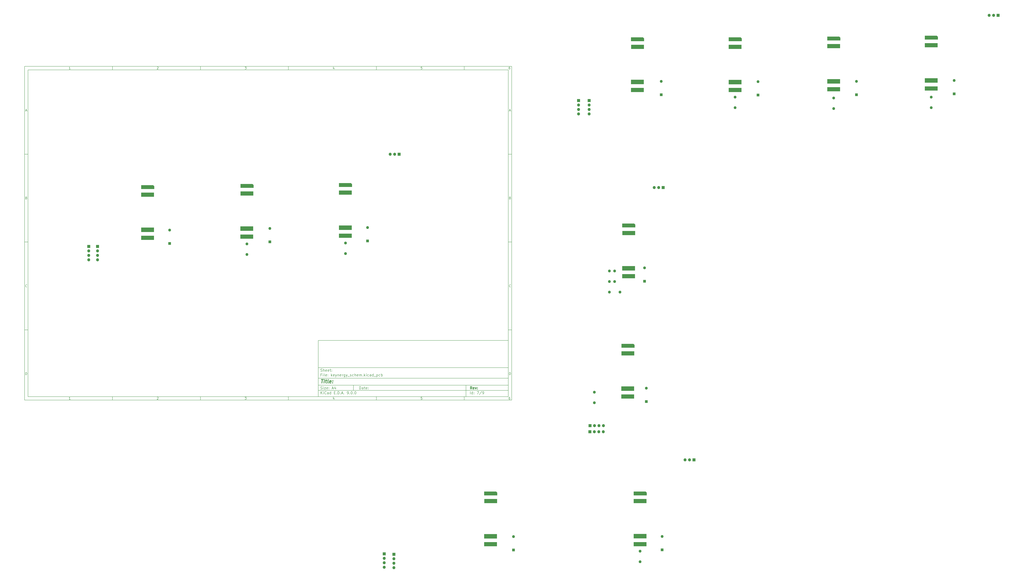
<source format=gbr>
%TF.GenerationSoftware,KiCad,Pcbnew,9.0.0*%
%TF.CreationDate,2025-04-02T13:07:29+08:00*%
%TF.ProjectId,keynergy_schem,6b65796e-6572-4677-995f-736368656d2e,rev?*%
%TF.SameCoordinates,Original*%
%TF.FileFunction,Soldermask,Top*%
%TF.FilePolarity,Negative*%
%FSLAX46Y46*%
G04 Gerber Fmt 4.6, Leading zero omitted, Abs format (unit mm)*
G04 Created by KiCad (PCBNEW 9.0.0) date 2025-04-02 13:07:29*
%MOMM*%
%LPD*%
G01*
G04 APERTURE LIST*
G04 Aperture macros list*
%AMOutline4P*
0 Free polygon, 4 corners , with rotation*
0 The origin of the aperture is its center*
0 number of corners: always 4*
0 $1 to $8 corner X, Y*
0 $9 Rotation angle, in degrees counterclockwise*
0 create outline with 4 corners*
4,1,4,$1,$2,$3,$4,$5,$6,$7,$8,$1,$2,$9*%
%AMOutline5P*
0 Free polygon, 5 corners , with rotation*
0 The origin of the aperture is its center*
0 number of corners: always 5*
0 $1 to $10 corner X, Y*
0 $11 Rotation angle, in degrees counterclockwise*
0 create outline with 5 corners*
4,1,5,$1,$2,$3,$4,$5,$6,$7,$8,$9,$10,$1,$2,$11*%
%AMOutline6P*
0 Free polygon, 6 corners , with rotation*
0 The origin of the aperture is its center*
0 number of corners: always 6*
0 $1 to $12 corner X, Y*
0 $13 Rotation angle, in degrees counterclockwise*
0 create outline with 6 corners*
4,1,6,$1,$2,$3,$4,$5,$6,$7,$8,$9,$10,$11,$12,$1,$2,$13*%
%AMOutline7P*
0 Free polygon, 7 corners , with rotation*
0 The origin of the aperture is its center*
0 number of corners: always 7*
0 $1 to $14 corner X, Y*
0 $15 Rotation angle, in degrees counterclockwise*
0 create outline with 7 corners*
4,1,7,$1,$2,$3,$4,$5,$6,$7,$8,$9,$10,$11,$12,$13,$14,$1,$2,$15*%
%AMOutline8P*
0 Free polygon, 8 corners , with rotation*
0 The origin of the aperture is its center*
0 number of corners: always 8*
0 $1 to $16 corner X, Y*
0 $17 Rotation angle, in degrees counterclockwise*
0 create outline with 8 corners*
4,1,8,$1,$2,$3,$4,$5,$6,$7,$8,$9,$10,$11,$12,$13,$14,$15,$16,$1,$2,$17*%
G04 Aperture macros list end*
%ADD10C,0.100000*%
%ADD11C,0.150000*%
%ADD12C,0.300000*%
%ADD13C,0.400000*%
%ADD14R,1.600000X1.600000*%
%ADD15O,1.600000X1.600000*%
%ADD16R,1.700000X1.700000*%
%ADD17O,1.700000X1.700000*%
%ADD18Outline5P,-1.079500X3.098800X-0.431800X3.746500X1.079500X3.746500X1.079500X-3.746500X-1.079500X-3.746500X270.000000*%
%ADD19Outline4P,-1.190625X-3.667125X1.190625X-3.667125X1.190625X3.667125X-1.190625X3.667125X270.000000*%
%ADD20R,7.239000X2.508250*%
%ADD21R,7.286624X2.381248*%
G04 APERTURE END LIST*
D10*
D11*
X177002200Y-166007200D02*
X285002200Y-166007200D01*
X285002200Y-198007200D01*
X177002200Y-198007200D01*
X177002200Y-166007200D01*
D10*
D11*
X10000000Y-10000000D02*
X287002200Y-10000000D01*
X287002200Y-200007200D01*
X10000000Y-200007200D01*
X10000000Y-10000000D01*
D10*
D11*
X12000000Y-12000000D02*
X285002200Y-12000000D01*
X285002200Y-198007200D01*
X12000000Y-198007200D01*
X12000000Y-12000000D01*
D10*
D11*
X60000000Y-12000000D02*
X60000000Y-10000000D01*
D10*
D11*
X110000000Y-12000000D02*
X110000000Y-10000000D01*
D10*
D11*
X160000000Y-12000000D02*
X160000000Y-10000000D01*
D10*
D11*
X210000000Y-12000000D02*
X210000000Y-10000000D01*
D10*
D11*
X260000000Y-12000000D02*
X260000000Y-10000000D01*
D10*
D11*
X36089160Y-11593604D02*
X35346303Y-11593604D01*
X35717731Y-11593604D02*
X35717731Y-10293604D01*
X35717731Y-10293604D02*
X35593922Y-10479319D01*
X35593922Y-10479319D02*
X35470112Y-10603128D01*
X35470112Y-10603128D02*
X35346303Y-10665033D01*
D10*
D11*
X85346303Y-10417414D02*
X85408207Y-10355509D01*
X85408207Y-10355509D02*
X85532017Y-10293604D01*
X85532017Y-10293604D02*
X85841541Y-10293604D01*
X85841541Y-10293604D02*
X85965350Y-10355509D01*
X85965350Y-10355509D02*
X86027255Y-10417414D01*
X86027255Y-10417414D02*
X86089160Y-10541223D01*
X86089160Y-10541223D02*
X86089160Y-10665033D01*
X86089160Y-10665033D02*
X86027255Y-10850747D01*
X86027255Y-10850747D02*
X85284398Y-11593604D01*
X85284398Y-11593604D02*
X86089160Y-11593604D01*
D10*
D11*
X135284398Y-10293604D02*
X136089160Y-10293604D01*
X136089160Y-10293604D02*
X135655826Y-10788842D01*
X135655826Y-10788842D02*
X135841541Y-10788842D01*
X135841541Y-10788842D02*
X135965350Y-10850747D01*
X135965350Y-10850747D02*
X136027255Y-10912652D01*
X136027255Y-10912652D02*
X136089160Y-11036461D01*
X136089160Y-11036461D02*
X136089160Y-11345985D01*
X136089160Y-11345985D02*
X136027255Y-11469795D01*
X136027255Y-11469795D02*
X135965350Y-11531700D01*
X135965350Y-11531700D02*
X135841541Y-11593604D01*
X135841541Y-11593604D02*
X135470112Y-11593604D01*
X135470112Y-11593604D02*
X135346303Y-11531700D01*
X135346303Y-11531700D02*
X135284398Y-11469795D01*
D10*
D11*
X185965350Y-10726938D02*
X185965350Y-11593604D01*
X185655826Y-10231700D02*
X185346303Y-11160271D01*
X185346303Y-11160271D02*
X186151064Y-11160271D01*
D10*
D11*
X236027255Y-10293604D02*
X235408207Y-10293604D01*
X235408207Y-10293604D02*
X235346303Y-10912652D01*
X235346303Y-10912652D02*
X235408207Y-10850747D01*
X235408207Y-10850747D02*
X235532017Y-10788842D01*
X235532017Y-10788842D02*
X235841541Y-10788842D01*
X235841541Y-10788842D02*
X235965350Y-10850747D01*
X235965350Y-10850747D02*
X236027255Y-10912652D01*
X236027255Y-10912652D02*
X236089160Y-11036461D01*
X236089160Y-11036461D02*
X236089160Y-11345985D01*
X236089160Y-11345985D02*
X236027255Y-11469795D01*
X236027255Y-11469795D02*
X235965350Y-11531700D01*
X235965350Y-11531700D02*
X235841541Y-11593604D01*
X235841541Y-11593604D02*
X235532017Y-11593604D01*
X235532017Y-11593604D02*
X235408207Y-11531700D01*
X235408207Y-11531700D02*
X235346303Y-11469795D01*
D10*
D11*
X285965350Y-10293604D02*
X285717731Y-10293604D01*
X285717731Y-10293604D02*
X285593922Y-10355509D01*
X285593922Y-10355509D02*
X285532017Y-10417414D01*
X285532017Y-10417414D02*
X285408207Y-10603128D01*
X285408207Y-10603128D02*
X285346303Y-10850747D01*
X285346303Y-10850747D02*
X285346303Y-11345985D01*
X285346303Y-11345985D02*
X285408207Y-11469795D01*
X285408207Y-11469795D02*
X285470112Y-11531700D01*
X285470112Y-11531700D02*
X285593922Y-11593604D01*
X285593922Y-11593604D02*
X285841541Y-11593604D01*
X285841541Y-11593604D02*
X285965350Y-11531700D01*
X285965350Y-11531700D02*
X286027255Y-11469795D01*
X286027255Y-11469795D02*
X286089160Y-11345985D01*
X286089160Y-11345985D02*
X286089160Y-11036461D01*
X286089160Y-11036461D02*
X286027255Y-10912652D01*
X286027255Y-10912652D02*
X285965350Y-10850747D01*
X285965350Y-10850747D02*
X285841541Y-10788842D01*
X285841541Y-10788842D02*
X285593922Y-10788842D01*
X285593922Y-10788842D02*
X285470112Y-10850747D01*
X285470112Y-10850747D02*
X285408207Y-10912652D01*
X285408207Y-10912652D02*
X285346303Y-11036461D01*
D10*
D11*
X60000000Y-198007200D02*
X60000000Y-200007200D01*
D10*
D11*
X110000000Y-198007200D02*
X110000000Y-200007200D01*
D10*
D11*
X160000000Y-198007200D02*
X160000000Y-200007200D01*
D10*
D11*
X210000000Y-198007200D02*
X210000000Y-200007200D01*
D10*
D11*
X260000000Y-198007200D02*
X260000000Y-200007200D01*
D10*
D11*
X36089160Y-199600804D02*
X35346303Y-199600804D01*
X35717731Y-199600804D02*
X35717731Y-198300804D01*
X35717731Y-198300804D02*
X35593922Y-198486519D01*
X35593922Y-198486519D02*
X35470112Y-198610328D01*
X35470112Y-198610328D02*
X35346303Y-198672233D01*
D10*
D11*
X85346303Y-198424614D02*
X85408207Y-198362709D01*
X85408207Y-198362709D02*
X85532017Y-198300804D01*
X85532017Y-198300804D02*
X85841541Y-198300804D01*
X85841541Y-198300804D02*
X85965350Y-198362709D01*
X85965350Y-198362709D02*
X86027255Y-198424614D01*
X86027255Y-198424614D02*
X86089160Y-198548423D01*
X86089160Y-198548423D02*
X86089160Y-198672233D01*
X86089160Y-198672233D02*
X86027255Y-198857947D01*
X86027255Y-198857947D02*
X85284398Y-199600804D01*
X85284398Y-199600804D02*
X86089160Y-199600804D01*
D10*
D11*
X135284398Y-198300804D02*
X136089160Y-198300804D01*
X136089160Y-198300804D02*
X135655826Y-198796042D01*
X135655826Y-198796042D02*
X135841541Y-198796042D01*
X135841541Y-198796042D02*
X135965350Y-198857947D01*
X135965350Y-198857947D02*
X136027255Y-198919852D01*
X136027255Y-198919852D02*
X136089160Y-199043661D01*
X136089160Y-199043661D02*
X136089160Y-199353185D01*
X136089160Y-199353185D02*
X136027255Y-199476995D01*
X136027255Y-199476995D02*
X135965350Y-199538900D01*
X135965350Y-199538900D02*
X135841541Y-199600804D01*
X135841541Y-199600804D02*
X135470112Y-199600804D01*
X135470112Y-199600804D02*
X135346303Y-199538900D01*
X135346303Y-199538900D02*
X135284398Y-199476995D01*
D10*
D11*
X185965350Y-198734138D02*
X185965350Y-199600804D01*
X185655826Y-198238900D02*
X185346303Y-199167471D01*
X185346303Y-199167471D02*
X186151064Y-199167471D01*
D10*
D11*
X236027255Y-198300804D02*
X235408207Y-198300804D01*
X235408207Y-198300804D02*
X235346303Y-198919852D01*
X235346303Y-198919852D02*
X235408207Y-198857947D01*
X235408207Y-198857947D02*
X235532017Y-198796042D01*
X235532017Y-198796042D02*
X235841541Y-198796042D01*
X235841541Y-198796042D02*
X235965350Y-198857947D01*
X235965350Y-198857947D02*
X236027255Y-198919852D01*
X236027255Y-198919852D02*
X236089160Y-199043661D01*
X236089160Y-199043661D02*
X236089160Y-199353185D01*
X236089160Y-199353185D02*
X236027255Y-199476995D01*
X236027255Y-199476995D02*
X235965350Y-199538900D01*
X235965350Y-199538900D02*
X235841541Y-199600804D01*
X235841541Y-199600804D02*
X235532017Y-199600804D01*
X235532017Y-199600804D02*
X235408207Y-199538900D01*
X235408207Y-199538900D02*
X235346303Y-199476995D01*
D10*
D11*
X285965350Y-198300804D02*
X285717731Y-198300804D01*
X285717731Y-198300804D02*
X285593922Y-198362709D01*
X285593922Y-198362709D02*
X285532017Y-198424614D01*
X285532017Y-198424614D02*
X285408207Y-198610328D01*
X285408207Y-198610328D02*
X285346303Y-198857947D01*
X285346303Y-198857947D02*
X285346303Y-199353185D01*
X285346303Y-199353185D02*
X285408207Y-199476995D01*
X285408207Y-199476995D02*
X285470112Y-199538900D01*
X285470112Y-199538900D02*
X285593922Y-199600804D01*
X285593922Y-199600804D02*
X285841541Y-199600804D01*
X285841541Y-199600804D02*
X285965350Y-199538900D01*
X285965350Y-199538900D02*
X286027255Y-199476995D01*
X286027255Y-199476995D02*
X286089160Y-199353185D01*
X286089160Y-199353185D02*
X286089160Y-199043661D01*
X286089160Y-199043661D02*
X286027255Y-198919852D01*
X286027255Y-198919852D02*
X285965350Y-198857947D01*
X285965350Y-198857947D02*
X285841541Y-198796042D01*
X285841541Y-198796042D02*
X285593922Y-198796042D01*
X285593922Y-198796042D02*
X285470112Y-198857947D01*
X285470112Y-198857947D02*
X285408207Y-198919852D01*
X285408207Y-198919852D02*
X285346303Y-199043661D01*
D10*
D11*
X10000000Y-60000000D02*
X12000000Y-60000000D01*
D10*
D11*
X10000000Y-110000000D02*
X12000000Y-110000000D01*
D10*
D11*
X10000000Y-160000000D02*
X12000000Y-160000000D01*
D10*
D11*
X10690476Y-35222176D02*
X11309523Y-35222176D01*
X10566666Y-35593604D02*
X10999999Y-34293604D01*
X10999999Y-34293604D02*
X11433333Y-35593604D01*
D10*
D11*
X11092857Y-84912652D02*
X11278571Y-84974557D01*
X11278571Y-84974557D02*
X11340476Y-85036461D01*
X11340476Y-85036461D02*
X11402380Y-85160271D01*
X11402380Y-85160271D02*
X11402380Y-85345985D01*
X11402380Y-85345985D02*
X11340476Y-85469795D01*
X11340476Y-85469795D02*
X11278571Y-85531700D01*
X11278571Y-85531700D02*
X11154761Y-85593604D01*
X11154761Y-85593604D02*
X10659523Y-85593604D01*
X10659523Y-85593604D02*
X10659523Y-84293604D01*
X10659523Y-84293604D02*
X11092857Y-84293604D01*
X11092857Y-84293604D02*
X11216666Y-84355509D01*
X11216666Y-84355509D02*
X11278571Y-84417414D01*
X11278571Y-84417414D02*
X11340476Y-84541223D01*
X11340476Y-84541223D02*
X11340476Y-84665033D01*
X11340476Y-84665033D02*
X11278571Y-84788842D01*
X11278571Y-84788842D02*
X11216666Y-84850747D01*
X11216666Y-84850747D02*
X11092857Y-84912652D01*
X11092857Y-84912652D02*
X10659523Y-84912652D01*
D10*
D11*
X11402380Y-135469795D02*
X11340476Y-135531700D01*
X11340476Y-135531700D02*
X11154761Y-135593604D01*
X11154761Y-135593604D02*
X11030952Y-135593604D01*
X11030952Y-135593604D02*
X10845238Y-135531700D01*
X10845238Y-135531700D02*
X10721428Y-135407890D01*
X10721428Y-135407890D02*
X10659523Y-135284080D01*
X10659523Y-135284080D02*
X10597619Y-135036461D01*
X10597619Y-135036461D02*
X10597619Y-134850747D01*
X10597619Y-134850747D02*
X10659523Y-134603128D01*
X10659523Y-134603128D02*
X10721428Y-134479319D01*
X10721428Y-134479319D02*
X10845238Y-134355509D01*
X10845238Y-134355509D02*
X11030952Y-134293604D01*
X11030952Y-134293604D02*
X11154761Y-134293604D01*
X11154761Y-134293604D02*
X11340476Y-134355509D01*
X11340476Y-134355509D02*
X11402380Y-134417414D01*
D10*
D11*
X10659523Y-185593604D02*
X10659523Y-184293604D01*
X10659523Y-184293604D02*
X10969047Y-184293604D01*
X10969047Y-184293604D02*
X11154761Y-184355509D01*
X11154761Y-184355509D02*
X11278571Y-184479319D01*
X11278571Y-184479319D02*
X11340476Y-184603128D01*
X11340476Y-184603128D02*
X11402380Y-184850747D01*
X11402380Y-184850747D02*
X11402380Y-185036461D01*
X11402380Y-185036461D02*
X11340476Y-185284080D01*
X11340476Y-185284080D02*
X11278571Y-185407890D01*
X11278571Y-185407890D02*
X11154761Y-185531700D01*
X11154761Y-185531700D02*
X10969047Y-185593604D01*
X10969047Y-185593604D02*
X10659523Y-185593604D01*
D10*
D11*
X287002200Y-60000000D02*
X285002200Y-60000000D01*
D10*
D11*
X287002200Y-110000000D02*
X285002200Y-110000000D01*
D10*
D11*
X287002200Y-160000000D02*
X285002200Y-160000000D01*
D10*
D11*
X285692676Y-35222176D02*
X286311723Y-35222176D01*
X285568866Y-35593604D02*
X286002199Y-34293604D01*
X286002199Y-34293604D02*
X286435533Y-35593604D01*
D10*
D11*
X286095057Y-84912652D02*
X286280771Y-84974557D01*
X286280771Y-84974557D02*
X286342676Y-85036461D01*
X286342676Y-85036461D02*
X286404580Y-85160271D01*
X286404580Y-85160271D02*
X286404580Y-85345985D01*
X286404580Y-85345985D02*
X286342676Y-85469795D01*
X286342676Y-85469795D02*
X286280771Y-85531700D01*
X286280771Y-85531700D02*
X286156961Y-85593604D01*
X286156961Y-85593604D02*
X285661723Y-85593604D01*
X285661723Y-85593604D02*
X285661723Y-84293604D01*
X285661723Y-84293604D02*
X286095057Y-84293604D01*
X286095057Y-84293604D02*
X286218866Y-84355509D01*
X286218866Y-84355509D02*
X286280771Y-84417414D01*
X286280771Y-84417414D02*
X286342676Y-84541223D01*
X286342676Y-84541223D02*
X286342676Y-84665033D01*
X286342676Y-84665033D02*
X286280771Y-84788842D01*
X286280771Y-84788842D02*
X286218866Y-84850747D01*
X286218866Y-84850747D02*
X286095057Y-84912652D01*
X286095057Y-84912652D02*
X285661723Y-84912652D01*
D10*
D11*
X286404580Y-135469795D02*
X286342676Y-135531700D01*
X286342676Y-135531700D02*
X286156961Y-135593604D01*
X286156961Y-135593604D02*
X286033152Y-135593604D01*
X286033152Y-135593604D02*
X285847438Y-135531700D01*
X285847438Y-135531700D02*
X285723628Y-135407890D01*
X285723628Y-135407890D02*
X285661723Y-135284080D01*
X285661723Y-135284080D02*
X285599819Y-135036461D01*
X285599819Y-135036461D02*
X285599819Y-134850747D01*
X285599819Y-134850747D02*
X285661723Y-134603128D01*
X285661723Y-134603128D02*
X285723628Y-134479319D01*
X285723628Y-134479319D02*
X285847438Y-134355509D01*
X285847438Y-134355509D02*
X286033152Y-134293604D01*
X286033152Y-134293604D02*
X286156961Y-134293604D01*
X286156961Y-134293604D02*
X286342676Y-134355509D01*
X286342676Y-134355509D02*
X286404580Y-134417414D01*
D10*
D11*
X285661723Y-185593604D02*
X285661723Y-184293604D01*
X285661723Y-184293604D02*
X285971247Y-184293604D01*
X285971247Y-184293604D02*
X286156961Y-184355509D01*
X286156961Y-184355509D02*
X286280771Y-184479319D01*
X286280771Y-184479319D02*
X286342676Y-184603128D01*
X286342676Y-184603128D02*
X286404580Y-184850747D01*
X286404580Y-184850747D02*
X286404580Y-185036461D01*
X286404580Y-185036461D02*
X286342676Y-185284080D01*
X286342676Y-185284080D02*
X286280771Y-185407890D01*
X286280771Y-185407890D02*
X286156961Y-185531700D01*
X286156961Y-185531700D02*
X285971247Y-185593604D01*
X285971247Y-185593604D02*
X285661723Y-185593604D01*
D10*
D11*
X200458026Y-193793328D02*
X200458026Y-192293328D01*
X200458026Y-192293328D02*
X200815169Y-192293328D01*
X200815169Y-192293328D02*
X201029455Y-192364757D01*
X201029455Y-192364757D02*
X201172312Y-192507614D01*
X201172312Y-192507614D02*
X201243741Y-192650471D01*
X201243741Y-192650471D02*
X201315169Y-192936185D01*
X201315169Y-192936185D02*
X201315169Y-193150471D01*
X201315169Y-193150471D02*
X201243741Y-193436185D01*
X201243741Y-193436185D02*
X201172312Y-193579042D01*
X201172312Y-193579042D02*
X201029455Y-193721900D01*
X201029455Y-193721900D02*
X200815169Y-193793328D01*
X200815169Y-193793328D02*
X200458026Y-193793328D01*
X202600884Y-193793328D02*
X202600884Y-193007614D01*
X202600884Y-193007614D02*
X202529455Y-192864757D01*
X202529455Y-192864757D02*
X202386598Y-192793328D01*
X202386598Y-192793328D02*
X202100884Y-192793328D01*
X202100884Y-192793328D02*
X201958026Y-192864757D01*
X202600884Y-193721900D02*
X202458026Y-193793328D01*
X202458026Y-193793328D02*
X202100884Y-193793328D01*
X202100884Y-193793328D02*
X201958026Y-193721900D01*
X201958026Y-193721900D02*
X201886598Y-193579042D01*
X201886598Y-193579042D02*
X201886598Y-193436185D01*
X201886598Y-193436185D02*
X201958026Y-193293328D01*
X201958026Y-193293328D02*
X202100884Y-193221900D01*
X202100884Y-193221900D02*
X202458026Y-193221900D01*
X202458026Y-193221900D02*
X202600884Y-193150471D01*
X203100884Y-192793328D02*
X203672312Y-192793328D01*
X203315169Y-192293328D02*
X203315169Y-193579042D01*
X203315169Y-193579042D02*
X203386598Y-193721900D01*
X203386598Y-193721900D02*
X203529455Y-193793328D01*
X203529455Y-193793328D02*
X203672312Y-193793328D01*
X204743741Y-193721900D02*
X204600884Y-193793328D01*
X204600884Y-193793328D02*
X204315170Y-193793328D01*
X204315170Y-193793328D02*
X204172312Y-193721900D01*
X204172312Y-193721900D02*
X204100884Y-193579042D01*
X204100884Y-193579042D02*
X204100884Y-193007614D01*
X204100884Y-193007614D02*
X204172312Y-192864757D01*
X204172312Y-192864757D02*
X204315170Y-192793328D01*
X204315170Y-192793328D02*
X204600884Y-192793328D01*
X204600884Y-192793328D02*
X204743741Y-192864757D01*
X204743741Y-192864757D02*
X204815170Y-193007614D01*
X204815170Y-193007614D02*
X204815170Y-193150471D01*
X204815170Y-193150471D02*
X204100884Y-193293328D01*
X205458026Y-193650471D02*
X205529455Y-193721900D01*
X205529455Y-193721900D02*
X205458026Y-193793328D01*
X205458026Y-193793328D02*
X205386598Y-193721900D01*
X205386598Y-193721900D02*
X205458026Y-193650471D01*
X205458026Y-193650471D02*
X205458026Y-193793328D01*
X205458026Y-192864757D02*
X205529455Y-192936185D01*
X205529455Y-192936185D02*
X205458026Y-193007614D01*
X205458026Y-193007614D02*
X205386598Y-192936185D01*
X205386598Y-192936185D02*
X205458026Y-192864757D01*
X205458026Y-192864757D02*
X205458026Y-193007614D01*
D10*
D11*
X177002200Y-194507200D02*
X285002200Y-194507200D01*
D10*
D11*
X178458026Y-196593328D02*
X178458026Y-195093328D01*
X179315169Y-196593328D02*
X178672312Y-195736185D01*
X179315169Y-195093328D02*
X178458026Y-195950471D01*
X179958026Y-196593328D02*
X179958026Y-195593328D01*
X179958026Y-195093328D02*
X179886598Y-195164757D01*
X179886598Y-195164757D02*
X179958026Y-195236185D01*
X179958026Y-195236185D02*
X180029455Y-195164757D01*
X180029455Y-195164757D02*
X179958026Y-195093328D01*
X179958026Y-195093328D02*
X179958026Y-195236185D01*
X181529455Y-196450471D02*
X181458027Y-196521900D01*
X181458027Y-196521900D02*
X181243741Y-196593328D01*
X181243741Y-196593328D02*
X181100884Y-196593328D01*
X181100884Y-196593328D02*
X180886598Y-196521900D01*
X180886598Y-196521900D02*
X180743741Y-196379042D01*
X180743741Y-196379042D02*
X180672312Y-196236185D01*
X180672312Y-196236185D02*
X180600884Y-195950471D01*
X180600884Y-195950471D02*
X180600884Y-195736185D01*
X180600884Y-195736185D02*
X180672312Y-195450471D01*
X180672312Y-195450471D02*
X180743741Y-195307614D01*
X180743741Y-195307614D02*
X180886598Y-195164757D01*
X180886598Y-195164757D02*
X181100884Y-195093328D01*
X181100884Y-195093328D02*
X181243741Y-195093328D01*
X181243741Y-195093328D02*
X181458027Y-195164757D01*
X181458027Y-195164757D02*
X181529455Y-195236185D01*
X182815170Y-196593328D02*
X182815170Y-195807614D01*
X182815170Y-195807614D02*
X182743741Y-195664757D01*
X182743741Y-195664757D02*
X182600884Y-195593328D01*
X182600884Y-195593328D02*
X182315170Y-195593328D01*
X182315170Y-195593328D02*
X182172312Y-195664757D01*
X182815170Y-196521900D02*
X182672312Y-196593328D01*
X182672312Y-196593328D02*
X182315170Y-196593328D01*
X182315170Y-196593328D02*
X182172312Y-196521900D01*
X182172312Y-196521900D02*
X182100884Y-196379042D01*
X182100884Y-196379042D02*
X182100884Y-196236185D01*
X182100884Y-196236185D02*
X182172312Y-196093328D01*
X182172312Y-196093328D02*
X182315170Y-196021900D01*
X182315170Y-196021900D02*
X182672312Y-196021900D01*
X182672312Y-196021900D02*
X182815170Y-195950471D01*
X184172313Y-196593328D02*
X184172313Y-195093328D01*
X184172313Y-196521900D02*
X184029455Y-196593328D01*
X184029455Y-196593328D02*
X183743741Y-196593328D01*
X183743741Y-196593328D02*
X183600884Y-196521900D01*
X183600884Y-196521900D02*
X183529455Y-196450471D01*
X183529455Y-196450471D02*
X183458027Y-196307614D01*
X183458027Y-196307614D02*
X183458027Y-195879042D01*
X183458027Y-195879042D02*
X183529455Y-195736185D01*
X183529455Y-195736185D02*
X183600884Y-195664757D01*
X183600884Y-195664757D02*
X183743741Y-195593328D01*
X183743741Y-195593328D02*
X184029455Y-195593328D01*
X184029455Y-195593328D02*
X184172313Y-195664757D01*
X186029455Y-195807614D02*
X186529455Y-195807614D01*
X186743741Y-196593328D02*
X186029455Y-196593328D01*
X186029455Y-196593328D02*
X186029455Y-195093328D01*
X186029455Y-195093328D02*
X186743741Y-195093328D01*
X187386598Y-196450471D02*
X187458027Y-196521900D01*
X187458027Y-196521900D02*
X187386598Y-196593328D01*
X187386598Y-196593328D02*
X187315170Y-196521900D01*
X187315170Y-196521900D02*
X187386598Y-196450471D01*
X187386598Y-196450471D02*
X187386598Y-196593328D01*
X188100884Y-196593328D02*
X188100884Y-195093328D01*
X188100884Y-195093328D02*
X188458027Y-195093328D01*
X188458027Y-195093328D02*
X188672313Y-195164757D01*
X188672313Y-195164757D02*
X188815170Y-195307614D01*
X188815170Y-195307614D02*
X188886599Y-195450471D01*
X188886599Y-195450471D02*
X188958027Y-195736185D01*
X188958027Y-195736185D02*
X188958027Y-195950471D01*
X188958027Y-195950471D02*
X188886599Y-196236185D01*
X188886599Y-196236185D02*
X188815170Y-196379042D01*
X188815170Y-196379042D02*
X188672313Y-196521900D01*
X188672313Y-196521900D02*
X188458027Y-196593328D01*
X188458027Y-196593328D02*
X188100884Y-196593328D01*
X189600884Y-196450471D02*
X189672313Y-196521900D01*
X189672313Y-196521900D02*
X189600884Y-196593328D01*
X189600884Y-196593328D02*
X189529456Y-196521900D01*
X189529456Y-196521900D02*
X189600884Y-196450471D01*
X189600884Y-196450471D02*
X189600884Y-196593328D01*
X190243742Y-196164757D02*
X190958028Y-196164757D01*
X190100885Y-196593328D02*
X190600885Y-195093328D01*
X190600885Y-195093328D02*
X191100885Y-196593328D01*
X191600884Y-196450471D02*
X191672313Y-196521900D01*
X191672313Y-196521900D02*
X191600884Y-196593328D01*
X191600884Y-196593328D02*
X191529456Y-196521900D01*
X191529456Y-196521900D02*
X191600884Y-196450471D01*
X191600884Y-196450471D02*
X191600884Y-196593328D01*
X193529456Y-196593328D02*
X193815170Y-196593328D01*
X193815170Y-196593328D02*
X193958027Y-196521900D01*
X193958027Y-196521900D02*
X194029456Y-196450471D01*
X194029456Y-196450471D02*
X194172313Y-196236185D01*
X194172313Y-196236185D02*
X194243742Y-195950471D01*
X194243742Y-195950471D02*
X194243742Y-195379042D01*
X194243742Y-195379042D02*
X194172313Y-195236185D01*
X194172313Y-195236185D02*
X194100885Y-195164757D01*
X194100885Y-195164757D02*
X193958027Y-195093328D01*
X193958027Y-195093328D02*
X193672313Y-195093328D01*
X193672313Y-195093328D02*
X193529456Y-195164757D01*
X193529456Y-195164757D02*
X193458027Y-195236185D01*
X193458027Y-195236185D02*
X193386599Y-195379042D01*
X193386599Y-195379042D02*
X193386599Y-195736185D01*
X193386599Y-195736185D02*
X193458027Y-195879042D01*
X193458027Y-195879042D02*
X193529456Y-195950471D01*
X193529456Y-195950471D02*
X193672313Y-196021900D01*
X193672313Y-196021900D02*
X193958027Y-196021900D01*
X193958027Y-196021900D02*
X194100885Y-195950471D01*
X194100885Y-195950471D02*
X194172313Y-195879042D01*
X194172313Y-195879042D02*
X194243742Y-195736185D01*
X194886598Y-196450471D02*
X194958027Y-196521900D01*
X194958027Y-196521900D02*
X194886598Y-196593328D01*
X194886598Y-196593328D02*
X194815170Y-196521900D01*
X194815170Y-196521900D02*
X194886598Y-196450471D01*
X194886598Y-196450471D02*
X194886598Y-196593328D01*
X195886599Y-195093328D02*
X196029456Y-195093328D01*
X196029456Y-195093328D02*
X196172313Y-195164757D01*
X196172313Y-195164757D02*
X196243742Y-195236185D01*
X196243742Y-195236185D02*
X196315170Y-195379042D01*
X196315170Y-195379042D02*
X196386599Y-195664757D01*
X196386599Y-195664757D02*
X196386599Y-196021900D01*
X196386599Y-196021900D02*
X196315170Y-196307614D01*
X196315170Y-196307614D02*
X196243742Y-196450471D01*
X196243742Y-196450471D02*
X196172313Y-196521900D01*
X196172313Y-196521900D02*
X196029456Y-196593328D01*
X196029456Y-196593328D02*
X195886599Y-196593328D01*
X195886599Y-196593328D02*
X195743742Y-196521900D01*
X195743742Y-196521900D02*
X195672313Y-196450471D01*
X195672313Y-196450471D02*
X195600884Y-196307614D01*
X195600884Y-196307614D02*
X195529456Y-196021900D01*
X195529456Y-196021900D02*
X195529456Y-195664757D01*
X195529456Y-195664757D02*
X195600884Y-195379042D01*
X195600884Y-195379042D02*
X195672313Y-195236185D01*
X195672313Y-195236185D02*
X195743742Y-195164757D01*
X195743742Y-195164757D02*
X195886599Y-195093328D01*
X197029455Y-196450471D02*
X197100884Y-196521900D01*
X197100884Y-196521900D02*
X197029455Y-196593328D01*
X197029455Y-196593328D02*
X196958027Y-196521900D01*
X196958027Y-196521900D02*
X197029455Y-196450471D01*
X197029455Y-196450471D02*
X197029455Y-196593328D01*
X198029456Y-195093328D02*
X198172313Y-195093328D01*
X198172313Y-195093328D02*
X198315170Y-195164757D01*
X198315170Y-195164757D02*
X198386599Y-195236185D01*
X198386599Y-195236185D02*
X198458027Y-195379042D01*
X198458027Y-195379042D02*
X198529456Y-195664757D01*
X198529456Y-195664757D02*
X198529456Y-196021900D01*
X198529456Y-196021900D02*
X198458027Y-196307614D01*
X198458027Y-196307614D02*
X198386599Y-196450471D01*
X198386599Y-196450471D02*
X198315170Y-196521900D01*
X198315170Y-196521900D02*
X198172313Y-196593328D01*
X198172313Y-196593328D02*
X198029456Y-196593328D01*
X198029456Y-196593328D02*
X197886599Y-196521900D01*
X197886599Y-196521900D02*
X197815170Y-196450471D01*
X197815170Y-196450471D02*
X197743741Y-196307614D01*
X197743741Y-196307614D02*
X197672313Y-196021900D01*
X197672313Y-196021900D02*
X197672313Y-195664757D01*
X197672313Y-195664757D02*
X197743741Y-195379042D01*
X197743741Y-195379042D02*
X197815170Y-195236185D01*
X197815170Y-195236185D02*
X197886599Y-195164757D01*
X197886599Y-195164757D02*
X198029456Y-195093328D01*
D10*
D11*
X177002200Y-191507200D02*
X285002200Y-191507200D01*
D10*
D12*
X264413853Y-193785528D02*
X263913853Y-193071242D01*
X263556710Y-193785528D02*
X263556710Y-192285528D01*
X263556710Y-192285528D02*
X264128139Y-192285528D01*
X264128139Y-192285528D02*
X264270996Y-192356957D01*
X264270996Y-192356957D02*
X264342425Y-192428385D01*
X264342425Y-192428385D02*
X264413853Y-192571242D01*
X264413853Y-192571242D02*
X264413853Y-192785528D01*
X264413853Y-192785528D02*
X264342425Y-192928385D01*
X264342425Y-192928385D02*
X264270996Y-192999814D01*
X264270996Y-192999814D02*
X264128139Y-193071242D01*
X264128139Y-193071242D02*
X263556710Y-193071242D01*
X265628139Y-193714100D02*
X265485282Y-193785528D01*
X265485282Y-193785528D02*
X265199568Y-193785528D01*
X265199568Y-193785528D02*
X265056710Y-193714100D01*
X265056710Y-193714100D02*
X264985282Y-193571242D01*
X264985282Y-193571242D02*
X264985282Y-192999814D01*
X264985282Y-192999814D02*
X265056710Y-192856957D01*
X265056710Y-192856957D02*
X265199568Y-192785528D01*
X265199568Y-192785528D02*
X265485282Y-192785528D01*
X265485282Y-192785528D02*
X265628139Y-192856957D01*
X265628139Y-192856957D02*
X265699568Y-192999814D01*
X265699568Y-192999814D02*
X265699568Y-193142671D01*
X265699568Y-193142671D02*
X264985282Y-193285528D01*
X266199567Y-192785528D02*
X266556710Y-193785528D01*
X266556710Y-193785528D02*
X266913853Y-192785528D01*
X267485281Y-193642671D02*
X267556710Y-193714100D01*
X267556710Y-193714100D02*
X267485281Y-193785528D01*
X267485281Y-193785528D02*
X267413853Y-193714100D01*
X267413853Y-193714100D02*
X267485281Y-193642671D01*
X267485281Y-193642671D02*
X267485281Y-193785528D01*
X267485281Y-192856957D02*
X267556710Y-192928385D01*
X267556710Y-192928385D02*
X267485281Y-192999814D01*
X267485281Y-192999814D02*
X267413853Y-192928385D01*
X267413853Y-192928385D02*
X267485281Y-192856957D01*
X267485281Y-192856957D02*
X267485281Y-192999814D01*
D10*
D11*
X178386598Y-193721900D02*
X178600884Y-193793328D01*
X178600884Y-193793328D02*
X178958026Y-193793328D01*
X178958026Y-193793328D02*
X179100884Y-193721900D01*
X179100884Y-193721900D02*
X179172312Y-193650471D01*
X179172312Y-193650471D02*
X179243741Y-193507614D01*
X179243741Y-193507614D02*
X179243741Y-193364757D01*
X179243741Y-193364757D02*
X179172312Y-193221900D01*
X179172312Y-193221900D02*
X179100884Y-193150471D01*
X179100884Y-193150471D02*
X178958026Y-193079042D01*
X178958026Y-193079042D02*
X178672312Y-193007614D01*
X178672312Y-193007614D02*
X178529455Y-192936185D01*
X178529455Y-192936185D02*
X178458026Y-192864757D01*
X178458026Y-192864757D02*
X178386598Y-192721900D01*
X178386598Y-192721900D02*
X178386598Y-192579042D01*
X178386598Y-192579042D02*
X178458026Y-192436185D01*
X178458026Y-192436185D02*
X178529455Y-192364757D01*
X178529455Y-192364757D02*
X178672312Y-192293328D01*
X178672312Y-192293328D02*
X179029455Y-192293328D01*
X179029455Y-192293328D02*
X179243741Y-192364757D01*
X179886597Y-193793328D02*
X179886597Y-192793328D01*
X179886597Y-192293328D02*
X179815169Y-192364757D01*
X179815169Y-192364757D02*
X179886597Y-192436185D01*
X179886597Y-192436185D02*
X179958026Y-192364757D01*
X179958026Y-192364757D02*
X179886597Y-192293328D01*
X179886597Y-192293328D02*
X179886597Y-192436185D01*
X180458026Y-192793328D02*
X181243741Y-192793328D01*
X181243741Y-192793328D02*
X180458026Y-193793328D01*
X180458026Y-193793328D02*
X181243741Y-193793328D01*
X182386598Y-193721900D02*
X182243741Y-193793328D01*
X182243741Y-193793328D02*
X181958027Y-193793328D01*
X181958027Y-193793328D02*
X181815169Y-193721900D01*
X181815169Y-193721900D02*
X181743741Y-193579042D01*
X181743741Y-193579042D02*
X181743741Y-193007614D01*
X181743741Y-193007614D02*
X181815169Y-192864757D01*
X181815169Y-192864757D02*
X181958027Y-192793328D01*
X181958027Y-192793328D02*
X182243741Y-192793328D01*
X182243741Y-192793328D02*
X182386598Y-192864757D01*
X182386598Y-192864757D02*
X182458027Y-193007614D01*
X182458027Y-193007614D02*
X182458027Y-193150471D01*
X182458027Y-193150471D02*
X181743741Y-193293328D01*
X183100883Y-193650471D02*
X183172312Y-193721900D01*
X183172312Y-193721900D02*
X183100883Y-193793328D01*
X183100883Y-193793328D02*
X183029455Y-193721900D01*
X183029455Y-193721900D02*
X183100883Y-193650471D01*
X183100883Y-193650471D02*
X183100883Y-193793328D01*
X183100883Y-192864757D02*
X183172312Y-192936185D01*
X183172312Y-192936185D02*
X183100883Y-193007614D01*
X183100883Y-193007614D02*
X183029455Y-192936185D01*
X183029455Y-192936185D02*
X183100883Y-192864757D01*
X183100883Y-192864757D02*
X183100883Y-193007614D01*
X184886598Y-193364757D02*
X185600884Y-193364757D01*
X184743741Y-193793328D02*
X185243741Y-192293328D01*
X185243741Y-192293328D02*
X185743741Y-193793328D01*
X186886598Y-192793328D02*
X186886598Y-193793328D01*
X186529455Y-192221900D02*
X186172312Y-193293328D01*
X186172312Y-193293328D02*
X187100883Y-193293328D01*
D10*
D11*
X263458026Y-196593328D02*
X263458026Y-195093328D01*
X264815170Y-196593328D02*
X264815170Y-195093328D01*
X264815170Y-196521900D02*
X264672312Y-196593328D01*
X264672312Y-196593328D02*
X264386598Y-196593328D01*
X264386598Y-196593328D02*
X264243741Y-196521900D01*
X264243741Y-196521900D02*
X264172312Y-196450471D01*
X264172312Y-196450471D02*
X264100884Y-196307614D01*
X264100884Y-196307614D02*
X264100884Y-195879042D01*
X264100884Y-195879042D02*
X264172312Y-195736185D01*
X264172312Y-195736185D02*
X264243741Y-195664757D01*
X264243741Y-195664757D02*
X264386598Y-195593328D01*
X264386598Y-195593328D02*
X264672312Y-195593328D01*
X264672312Y-195593328D02*
X264815170Y-195664757D01*
X265529455Y-196450471D02*
X265600884Y-196521900D01*
X265600884Y-196521900D02*
X265529455Y-196593328D01*
X265529455Y-196593328D02*
X265458027Y-196521900D01*
X265458027Y-196521900D02*
X265529455Y-196450471D01*
X265529455Y-196450471D02*
X265529455Y-196593328D01*
X265529455Y-195664757D02*
X265600884Y-195736185D01*
X265600884Y-195736185D02*
X265529455Y-195807614D01*
X265529455Y-195807614D02*
X265458027Y-195736185D01*
X265458027Y-195736185D02*
X265529455Y-195664757D01*
X265529455Y-195664757D02*
X265529455Y-195807614D01*
X267243741Y-195093328D02*
X268243741Y-195093328D01*
X268243741Y-195093328D02*
X267600884Y-196593328D01*
X269886598Y-195021900D02*
X268600884Y-196950471D01*
X270458027Y-196593328D02*
X270743741Y-196593328D01*
X270743741Y-196593328D02*
X270886598Y-196521900D01*
X270886598Y-196521900D02*
X270958027Y-196450471D01*
X270958027Y-196450471D02*
X271100884Y-196236185D01*
X271100884Y-196236185D02*
X271172313Y-195950471D01*
X271172313Y-195950471D02*
X271172313Y-195379042D01*
X271172313Y-195379042D02*
X271100884Y-195236185D01*
X271100884Y-195236185D02*
X271029456Y-195164757D01*
X271029456Y-195164757D02*
X270886598Y-195093328D01*
X270886598Y-195093328D02*
X270600884Y-195093328D01*
X270600884Y-195093328D02*
X270458027Y-195164757D01*
X270458027Y-195164757D02*
X270386598Y-195236185D01*
X270386598Y-195236185D02*
X270315170Y-195379042D01*
X270315170Y-195379042D02*
X270315170Y-195736185D01*
X270315170Y-195736185D02*
X270386598Y-195879042D01*
X270386598Y-195879042D02*
X270458027Y-195950471D01*
X270458027Y-195950471D02*
X270600884Y-196021900D01*
X270600884Y-196021900D02*
X270886598Y-196021900D01*
X270886598Y-196021900D02*
X271029456Y-195950471D01*
X271029456Y-195950471D02*
X271100884Y-195879042D01*
X271100884Y-195879042D02*
X271172313Y-195736185D01*
D10*
D11*
X177002200Y-187507200D02*
X285002200Y-187507200D01*
D10*
D13*
X178693928Y-188211638D02*
X179836785Y-188211638D01*
X179015357Y-190211638D02*
X179265357Y-188211638D01*
X180253452Y-190211638D02*
X180420119Y-188878304D01*
X180503452Y-188211638D02*
X180396309Y-188306876D01*
X180396309Y-188306876D02*
X180479643Y-188402114D01*
X180479643Y-188402114D02*
X180586786Y-188306876D01*
X180586786Y-188306876D02*
X180503452Y-188211638D01*
X180503452Y-188211638D02*
X180479643Y-188402114D01*
X181086786Y-188878304D02*
X181848690Y-188878304D01*
X181455833Y-188211638D02*
X181241548Y-189925923D01*
X181241548Y-189925923D02*
X181312976Y-190116400D01*
X181312976Y-190116400D02*
X181491548Y-190211638D01*
X181491548Y-190211638D02*
X181682024Y-190211638D01*
X182634405Y-190211638D02*
X182455833Y-190116400D01*
X182455833Y-190116400D02*
X182384405Y-189925923D01*
X182384405Y-189925923D02*
X182598690Y-188211638D01*
X184170119Y-190116400D02*
X183967738Y-190211638D01*
X183967738Y-190211638D02*
X183586785Y-190211638D01*
X183586785Y-190211638D02*
X183408214Y-190116400D01*
X183408214Y-190116400D02*
X183336785Y-189925923D01*
X183336785Y-189925923D02*
X183432024Y-189164019D01*
X183432024Y-189164019D02*
X183551071Y-188973542D01*
X183551071Y-188973542D02*
X183753452Y-188878304D01*
X183753452Y-188878304D02*
X184134404Y-188878304D01*
X184134404Y-188878304D02*
X184312976Y-188973542D01*
X184312976Y-188973542D02*
X184384404Y-189164019D01*
X184384404Y-189164019D02*
X184360595Y-189354495D01*
X184360595Y-189354495D02*
X183384404Y-189544971D01*
X185134405Y-190021161D02*
X185217738Y-190116400D01*
X185217738Y-190116400D02*
X185110595Y-190211638D01*
X185110595Y-190211638D02*
X185027262Y-190116400D01*
X185027262Y-190116400D02*
X185134405Y-190021161D01*
X185134405Y-190021161D02*
X185110595Y-190211638D01*
X185265357Y-188973542D02*
X185348690Y-189068780D01*
X185348690Y-189068780D02*
X185241548Y-189164019D01*
X185241548Y-189164019D02*
X185158214Y-189068780D01*
X185158214Y-189068780D02*
X185265357Y-188973542D01*
X185265357Y-188973542D02*
X185241548Y-189164019D01*
D10*
D11*
X178958026Y-185607614D02*
X178458026Y-185607614D01*
X178458026Y-186393328D02*
X178458026Y-184893328D01*
X178458026Y-184893328D02*
X179172312Y-184893328D01*
X179743740Y-186393328D02*
X179743740Y-185393328D01*
X179743740Y-184893328D02*
X179672312Y-184964757D01*
X179672312Y-184964757D02*
X179743740Y-185036185D01*
X179743740Y-185036185D02*
X179815169Y-184964757D01*
X179815169Y-184964757D02*
X179743740Y-184893328D01*
X179743740Y-184893328D02*
X179743740Y-185036185D01*
X180672312Y-186393328D02*
X180529455Y-186321900D01*
X180529455Y-186321900D02*
X180458026Y-186179042D01*
X180458026Y-186179042D02*
X180458026Y-184893328D01*
X181815169Y-186321900D02*
X181672312Y-186393328D01*
X181672312Y-186393328D02*
X181386598Y-186393328D01*
X181386598Y-186393328D02*
X181243740Y-186321900D01*
X181243740Y-186321900D02*
X181172312Y-186179042D01*
X181172312Y-186179042D02*
X181172312Y-185607614D01*
X181172312Y-185607614D02*
X181243740Y-185464757D01*
X181243740Y-185464757D02*
X181386598Y-185393328D01*
X181386598Y-185393328D02*
X181672312Y-185393328D01*
X181672312Y-185393328D02*
X181815169Y-185464757D01*
X181815169Y-185464757D02*
X181886598Y-185607614D01*
X181886598Y-185607614D02*
X181886598Y-185750471D01*
X181886598Y-185750471D02*
X181172312Y-185893328D01*
X182529454Y-186250471D02*
X182600883Y-186321900D01*
X182600883Y-186321900D02*
X182529454Y-186393328D01*
X182529454Y-186393328D02*
X182458026Y-186321900D01*
X182458026Y-186321900D02*
X182529454Y-186250471D01*
X182529454Y-186250471D02*
X182529454Y-186393328D01*
X182529454Y-185464757D02*
X182600883Y-185536185D01*
X182600883Y-185536185D02*
X182529454Y-185607614D01*
X182529454Y-185607614D02*
X182458026Y-185536185D01*
X182458026Y-185536185D02*
X182529454Y-185464757D01*
X182529454Y-185464757D02*
X182529454Y-185607614D01*
X184386597Y-186393328D02*
X184386597Y-184893328D01*
X184529455Y-185821900D02*
X184958026Y-186393328D01*
X184958026Y-185393328D02*
X184386597Y-185964757D01*
X186172312Y-186321900D02*
X186029455Y-186393328D01*
X186029455Y-186393328D02*
X185743741Y-186393328D01*
X185743741Y-186393328D02*
X185600883Y-186321900D01*
X185600883Y-186321900D02*
X185529455Y-186179042D01*
X185529455Y-186179042D02*
X185529455Y-185607614D01*
X185529455Y-185607614D02*
X185600883Y-185464757D01*
X185600883Y-185464757D02*
X185743741Y-185393328D01*
X185743741Y-185393328D02*
X186029455Y-185393328D01*
X186029455Y-185393328D02*
X186172312Y-185464757D01*
X186172312Y-185464757D02*
X186243741Y-185607614D01*
X186243741Y-185607614D02*
X186243741Y-185750471D01*
X186243741Y-185750471D02*
X185529455Y-185893328D01*
X186743740Y-185393328D02*
X187100883Y-186393328D01*
X187458026Y-185393328D02*
X187100883Y-186393328D01*
X187100883Y-186393328D02*
X186958026Y-186750471D01*
X186958026Y-186750471D02*
X186886597Y-186821900D01*
X186886597Y-186821900D02*
X186743740Y-186893328D01*
X188029454Y-185393328D02*
X188029454Y-186393328D01*
X188029454Y-185536185D02*
X188100883Y-185464757D01*
X188100883Y-185464757D02*
X188243740Y-185393328D01*
X188243740Y-185393328D02*
X188458026Y-185393328D01*
X188458026Y-185393328D02*
X188600883Y-185464757D01*
X188600883Y-185464757D02*
X188672312Y-185607614D01*
X188672312Y-185607614D02*
X188672312Y-186393328D01*
X189958026Y-186321900D02*
X189815169Y-186393328D01*
X189815169Y-186393328D02*
X189529455Y-186393328D01*
X189529455Y-186393328D02*
X189386597Y-186321900D01*
X189386597Y-186321900D02*
X189315169Y-186179042D01*
X189315169Y-186179042D02*
X189315169Y-185607614D01*
X189315169Y-185607614D02*
X189386597Y-185464757D01*
X189386597Y-185464757D02*
X189529455Y-185393328D01*
X189529455Y-185393328D02*
X189815169Y-185393328D01*
X189815169Y-185393328D02*
X189958026Y-185464757D01*
X189958026Y-185464757D02*
X190029455Y-185607614D01*
X190029455Y-185607614D02*
X190029455Y-185750471D01*
X190029455Y-185750471D02*
X189315169Y-185893328D01*
X190672311Y-186393328D02*
X190672311Y-185393328D01*
X190672311Y-185679042D02*
X190743740Y-185536185D01*
X190743740Y-185536185D02*
X190815169Y-185464757D01*
X190815169Y-185464757D02*
X190958026Y-185393328D01*
X190958026Y-185393328D02*
X191100883Y-185393328D01*
X192243740Y-185393328D02*
X192243740Y-186607614D01*
X192243740Y-186607614D02*
X192172311Y-186750471D01*
X192172311Y-186750471D02*
X192100882Y-186821900D01*
X192100882Y-186821900D02*
X191958025Y-186893328D01*
X191958025Y-186893328D02*
X191743740Y-186893328D01*
X191743740Y-186893328D02*
X191600882Y-186821900D01*
X192243740Y-186321900D02*
X192100882Y-186393328D01*
X192100882Y-186393328D02*
X191815168Y-186393328D01*
X191815168Y-186393328D02*
X191672311Y-186321900D01*
X191672311Y-186321900D02*
X191600882Y-186250471D01*
X191600882Y-186250471D02*
X191529454Y-186107614D01*
X191529454Y-186107614D02*
X191529454Y-185679042D01*
X191529454Y-185679042D02*
X191600882Y-185536185D01*
X191600882Y-185536185D02*
X191672311Y-185464757D01*
X191672311Y-185464757D02*
X191815168Y-185393328D01*
X191815168Y-185393328D02*
X192100882Y-185393328D01*
X192100882Y-185393328D02*
X192243740Y-185464757D01*
X192815168Y-185393328D02*
X193172311Y-186393328D01*
X193529454Y-185393328D02*
X193172311Y-186393328D01*
X193172311Y-186393328D02*
X193029454Y-186750471D01*
X193029454Y-186750471D02*
X192958025Y-186821900D01*
X192958025Y-186821900D02*
X192815168Y-186893328D01*
X193743740Y-186536185D02*
X194886597Y-186536185D01*
X195172311Y-186321900D02*
X195315168Y-186393328D01*
X195315168Y-186393328D02*
X195600882Y-186393328D01*
X195600882Y-186393328D02*
X195743739Y-186321900D01*
X195743739Y-186321900D02*
X195815168Y-186179042D01*
X195815168Y-186179042D02*
X195815168Y-186107614D01*
X195815168Y-186107614D02*
X195743739Y-185964757D01*
X195743739Y-185964757D02*
X195600882Y-185893328D01*
X195600882Y-185893328D02*
X195386597Y-185893328D01*
X195386597Y-185893328D02*
X195243739Y-185821900D01*
X195243739Y-185821900D02*
X195172311Y-185679042D01*
X195172311Y-185679042D02*
X195172311Y-185607614D01*
X195172311Y-185607614D02*
X195243739Y-185464757D01*
X195243739Y-185464757D02*
X195386597Y-185393328D01*
X195386597Y-185393328D02*
X195600882Y-185393328D01*
X195600882Y-185393328D02*
X195743739Y-185464757D01*
X197100883Y-186321900D02*
X196958025Y-186393328D01*
X196958025Y-186393328D02*
X196672311Y-186393328D01*
X196672311Y-186393328D02*
X196529454Y-186321900D01*
X196529454Y-186321900D02*
X196458025Y-186250471D01*
X196458025Y-186250471D02*
X196386597Y-186107614D01*
X196386597Y-186107614D02*
X196386597Y-185679042D01*
X196386597Y-185679042D02*
X196458025Y-185536185D01*
X196458025Y-185536185D02*
X196529454Y-185464757D01*
X196529454Y-185464757D02*
X196672311Y-185393328D01*
X196672311Y-185393328D02*
X196958025Y-185393328D01*
X196958025Y-185393328D02*
X197100883Y-185464757D01*
X197743739Y-186393328D02*
X197743739Y-184893328D01*
X198386597Y-186393328D02*
X198386597Y-185607614D01*
X198386597Y-185607614D02*
X198315168Y-185464757D01*
X198315168Y-185464757D02*
X198172311Y-185393328D01*
X198172311Y-185393328D02*
X197958025Y-185393328D01*
X197958025Y-185393328D02*
X197815168Y-185464757D01*
X197815168Y-185464757D02*
X197743739Y-185536185D01*
X199672311Y-186321900D02*
X199529454Y-186393328D01*
X199529454Y-186393328D02*
X199243740Y-186393328D01*
X199243740Y-186393328D02*
X199100882Y-186321900D01*
X199100882Y-186321900D02*
X199029454Y-186179042D01*
X199029454Y-186179042D02*
X199029454Y-185607614D01*
X199029454Y-185607614D02*
X199100882Y-185464757D01*
X199100882Y-185464757D02*
X199243740Y-185393328D01*
X199243740Y-185393328D02*
X199529454Y-185393328D01*
X199529454Y-185393328D02*
X199672311Y-185464757D01*
X199672311Y-185464757D02*
X199743740Y-185607614D01*
X199743740Y-185607614D02*
X199743740Y-185750471D01*
X199743740Y-185750471D02*
X199029454Y-185893328D01*
X200386596Y-186393328D02*
X200386596Y-185393328D01*
X200386596Y-185536185D02*
X200458025Y-185464757D01*
X200458025Y-185464757D02*
X200600882Y-185393328D01*
X200600882Y-185393328D02*
X200815168Y-185393328D01*
X200815168Y-185393328D02*
X200958025Y-185464757D01*
X200958025Y-185464757D02*
X201029454Y-185607614D01*
X201029454Y-185607614D02*
X201029454Y-186393328D01*
X201029454Y-185607614D02*
X201100882Y-185464757D01*
X201100882Y-185464757D02*
X201243739Y-185393328D01*
X201243739Y-185393328D02*
X201458025Y-185393328D01*
X201458025Y-185393328D02*
X201600882Y-185464757D01*
X201600882Y-185464757D02*
X201672311Y-185607614D01*
X201672311Y-185607614D02*
X201672311Y-186393328D01*
X202386596Y-186250471D02*
X202458025Y-186321900D01*
X202458025Y-186321900D02*
X202386596Y-186393328D01*
X202386596Y-186393328D02*
X202315168Y-186321900D01*
X202315168Y-186321900D02*
X202386596Y-186250471D01*
X202386596Y-186250471D02*
X202386596Y-186393328D01*
X203100882Y-186393328D02*
X203100882Y-184893328D01*
X203243740Y-185821900D02*
X203672311Y-186393328D01*
X203672311Y-185393328D02*
X203100882Y-185964757D01*
X204315168Y-186393328D02*
X204315168Y-185393328D01*
X204315168Y-184893328D02*
X204243740Y-184964757D01*
X204243740Y-184964757D02*
X204315168Y-185036185D01*
X204315168Y-185036185D02*
X204386597Y-184964757D01*
X204386597Y-184964757D02*
X204315168Y-184893328D01*
X204315168Y-184893328D02*
X204315168Y-185036185D01*
X205672312Y-186321900D02*
X205529454Y-186393328D01*
X205529454Y-186393328D02*
X205243740Y-186393328D01*
X205243740Y-186393328D02*
X205100883Y-186321900D01*
X205100883Y-186321900D02*
X205029454Y-186250471D01*
X205029454Y-186250471D02*
X204958026Y-186107614D01*
X204958026Y-186107614D02*
X204958026Y-185679042D01*
X204958026Y-185679042D02*
X205029454Y-185536185D01*
X205029454Y-185536185D02*
X205100883Y-185464757D01*
X205100883Y-185464757D02*
X205243740Y-185393328D01*
X205243740Y-185393328D02*
X205529454Y-185393328D01*
X205529454Y-185393328D02*
X205672312Y-185464757D01*
X206958026Y-186393328D02*
X206958026Y-185607614D01*
X206958026Y-185607614D02*
X206886597Y-185464757D01*
X206886597Y-185464757D02*
X206743740Y-185393328D01*
X206743740Y-185393328D02*
X206458026Y-185393328D01*
X206458026Y-185393328D02*
X206315168Y-185464757D01*
X206958026Y-186321900D02*
X206815168Y-186393328D01*
X206815168Y-186393328D02*
X206458026Y-186393328D01*
X206458026Y-186393328D02*
X206315168Y-186321900D01*
X206315168Y-186321900D02*
X206243740Y-186179042D01*
X206243740Y-186179042D02*
X206243740Y-186036185D01*
X206243740Y-186036185D02*
X206315168Y-185893328D01*
X206315168Y-185893328D02*
X206458026Y-185821900D01*
X206458026Y-185821900D02*
X206815168Y-185821900D01*
X206815168Y-185821900D02*
X206958026Y-185750471D01*
X208315169Y-186393328D02*
X208315169Y-184893328D01*
X208315169Y-186321900D02*
X208172311Y-186393328D01*
X208172311Y-186393328D02*
X207886597Y-186393328D01*
X207886597Y-186393328D02*
X207743740Y-186321900D01*
X207743740Y-186321900D02*
X207672311Y-186250471D01*
X207672311Y-186250471D02*
X207600883Y-186107614D01*
X207600883Y-186107614D02*
X207600883Y-185679042D01*
X207600883Y-185679042D02*
X207672311Y-185536185D01*
X207672311Y-185536185D02*
X207743740Y-185464757D01*
X207743740Y-185464757D02*
X207886597Y-185393328D01*
X207886597Y-185393328D02*
X208172311Y-185393328D01*
X208172311Y-185393328D02*
X208315169Y-185464757D01*
X208672312Y-186536185D02*
X209815169Y-186536185D01*
X210172311Y-185393328D02*
X210172311Y-186893328D01*
X210172311Y-185464757D02*
X210315169Y-185393328D01*
X210315169Y-185393328D02*
X210600883Y-185393328D01*
X210600883Y-185393328D02*
X210743740Y-185464757D01*
X210743740Y-185464757D02*
X210815169Y-185536185D01*
X210815169Y-185536185D02*
X210886597Y-185679042D01*
X210886597Y-185679042D02*
X210886597Y-186107614D01*
X210886597Y-186107614D02*
X210815169Y-186250471D01*
X210815169Y-186250471D02*
X210743740Y-186321900D01*
X210743740Y-186321900D02*
X210600883Y-186393328D01*
X210600883Y-186393328D02*
X210315169Y-186393328D01*
X210315169Y-186393328D02*
X210172311Y-186321900D01*
X212172312Y-186321900D02*
X212029454Y-186393328D01*
X212029454Y-186393328D02*
X211743740Y-186393328D01*
X211743740Y-186393328D02*
X211600883Y-186321900D01*
X211600883Y-186321900D02*
X211529454Y-186250471D01*
X211529454Y-186250471D02*
X211458026Y-186107614D01*
X211458026Y-186107614D02*
X211458026Y-185679042D01*
X211458026Y-185679042D02*
X211529454Y-185536185D01*
X211529454Y-185536185D02*
X211600883Y-185464757D01*
X211600883Y-185464757D02*
X211743740Y-185393328D01*
X211743740Y-185393328D02*
X212029454Y-185393328D01*
X212029454Y-185393328D02*
X212172312Y-185464757D01*
X212815168Y-186393328D02*
X212815168Y-184893328D01*
X212815168Y-185464757D02*
X212958026Y-185393328D01*
X212958026Y-185393328D02*
X213243740Y-185393328D01*
X213243740Y-185393328D02*
X213386597Y-185464757D01*
X213386597Y-185464757D02*
X213458026Y-185536185D01*
X213458026Y-185536185D02*
X213529454Y-185679042D01*
X213529454Y-185679042D02*
X213529454Y-186107614D01*
X213529454Y-186107614D02*
X213458026Y-186250471D01*
X213458026Y-186250471D02*
X213386597Y-186321900D01*
X213386597Y-186321900D02*
X213243740Y-186393328D01*
X213243740Y-186393328D02*
X212958026Y-186393328D01*
X212958026Y-186393328D02*
X212815168Y-186321900D01*
D10*
D11*
X177002200Y-181507200D02*
X285002200Y-181507200D01*
D10*
D11*
X178386598Y-183621900D02*
X178600884Y-183693328D01*
X178600884Y-183693328D02*
X178958026Y-183693328D01*
X178958026Y-183693328D02*
X179100884Y-183621900D01*
X179100884Y-183621900D02*
X179172312Y-183550471D01*
X179172312Y-183550471D02*
X179243741Y-183407614D01*
X179243741Y-183407614D02*
X179243741Y-183264757D01*
X179243741Y-183264757D02*
X179172312Y-183121900D01*
X179172312Y-183121900D02*
X179100884Y-183050471D01*
X179100884Y-183050471D02*
X178958026Y-182979042D01*
X178958026Y-182979042D02*
X178672312Y-182907614D01*
X178672312Y-182907614D02*
X178529455Y-182836185D01*
X178529455Y-182836185D02*
X178458026Y-182764757D01*
X178458026Y-182764757D02*
X178386598Y-182621900D01*
X178386598Y-182621900D02*
X178386598Y-182479042D01*
X178386598Y-182479042D02*
X178458026Y-182336185D01*
X178458026Y-182336185D02*
X178529455Y-182264757D01*
X178529455Y-182264757D02*
X178672312Y-182193328D01*
X178672312Y-182193328D02*
X179029455Y-182193328D01*
X179029455Y-182193328D02*
X179243741Y-182264757D01*
X179886597Y-183693328D02*
X179886597Y-182193328D01*
X180529455Y-183693328D02*
X180529455Y-182907614D01*
X180529455Y-182907614D02*
X180458026Y-182764757D01*
X180458026Y-182764757D02*
X180315169Y-182693328D01*
X180315169Y-182693328D02*
X180100883Y-182693328D01*
X180100883Y-182693328D02*
X179958026Y-182764757D01*
X179958026Y-182764757D02*
X179886597Y-182836185D01*
X181815169Y-183621900D02*
X181672312Y-183693328D01*
X181672312Y-183693328D02*
X181386598Y-183693328D01*
X181386598Y-183693328D02*
X181243740Y-183621900D01*
X181243740Y-183621900D02*
X181172312Y-183479042D01*
X181172312Y-183479042D02*
X181172312Y-182907614D01*
X181172312Y-182907614D02*
X181243740Y-182764757D01*
X181243740Y-182764757D02*
X181386598Y-182693328D01*
X181386598Y-182693328D02*
X181672312Y-182693328D01*
X181672312Y-182693328D02*
X181815169Y-182764757D01*
X181815169Y-182764757D02*
X181886598Y-182907614D01*
X181886598Y-182907614D02*
X181886598Y-183050471D01*
X181886598Y-183050471D02*
X181172312Y-183193328D01*
X183100883Y-183621900D02*
X182958026Y-183693328D01*
X182958026Y-183693328D02*
X182672312Y-183693328D01*
X182672312Y-183693328D02*
X182529454Y-183621900D01*
X182529454Y-183621900D02*
X182458026Y-183479042D01*
X182458026Y-183479042D02*
X182458026Y-182907614D01*
X182458026Y-182907614D02*
X182529454Y-182764757D01*
X182529454Y-182764757D02*
X182672312Y-182693328D01*
X182672312Y-182693328D02*
X182958026Y-182693328D01*
X182958026Y-182693328D02*
X183100883Y-182764757D01*
X183100883Y-182764757D02*
X183172312Y-182907614D01*
X183172312Y-182907614D02*
X183172312Y-183050471D01*
X183172312Y-183050471D02*
X182458026Y-183193328D01*
X183600883Y-182693328D02*
X184172311Y-182693328D01*
X183815168Y-182193328D02*
X183815168Y-183479042D01*
X183815168Y-183479042D02*
X183886597Y-183621900D01*
X183886597Y-183621900D02*
X184029454Y-183693328D01*
X184029454Y-183693328D02*
X184172311Y-183693328D01*
X184672311Y-183550471D02*
X184743740Y-183621900D01*
X184743740Y-183621900D02*
X184672311Y-183693328D01*
X184672311Y-183693328D02*
X184600883Y-183621900D01*
X184600883Y-183621900D02*
X184672311Y-183550471D01*
X184672311Y-183550471D02*
X184672311Y-183693328D01*
X184672311Y-182764757D02*
X184743740Y-182836185D01*
X184743740Y-182836185D02*
X184672311Y-182907614D01*
X184672311Y-182907614D02*
X184600883Y-182836185D01*
X184600883Y-182836185D02*
X184672311Y-182764757D01*
X184672311Y-182764757D02*
X184672311Y-182907614D01*
D10*
D11*
X197002200Y-191507200D02*
X197002200Y-194507200D01*
D10*
D11*
X261002200Y-191507200D02*
X261002200Y-198007200D01*
D14*
%TO.C,D1*%
X372000000Y-26166000D03*
D15*
X372000000Y-18546000D03*
%TD*%
D16*
%TO.C,J3*%
X325000000Y-29500000D03*
D17*
X325000000Y-32040000D03*
X325000000Y-34580000D03*
X325000000Y-37120000D03*
%TD*%
D16*
%TO.C,J1*%
X563500000Y19025000D03*
D17*
X560960000Y19025000D03*
X558420000Y19025000D03*
%TD*%
D18*
%TO.C,K8*%
X275079375Y-253166125D03*
D19*
X275000000Y-257500000D03*
D20*
X274952375Y-277502500D03*
D21*
X274976187Y-282058625D03*
%TD*%
D18*
%TO.C,K1*%
X358560500Y5458500D03*
D19*
X358481125Y1124625D03*
D20*
X358433500Y-18877875D03*
D21*
X358457312Y-23434000D03*
%TD*%
D14*
%TO.C,D5*%
X92500000Y-110854000D03*
D15*
X92500000Y-103234000D03*
%TD*%
%TO.C,Jumper*%
X342500000Y-132500000D03*
X342500000Y-126500000D03*
%TD*%
D18*
%TO.C,K4*%
X525579375Y6333875D03*
D19*
X525500000Y2000000D03*
D20*
X525452375Y-18002500D03*
D21*
X525476187Y-22558625D03*
%TD*%
D16*
%TO.C,J6*%
X390580000Y-234044000D03*
D17*
X388040000Y-234044000D03*
X385500000Y-234044000D03*
%TD*%
D15*
%TO.C,Jumper*%
X414000000Y-33500000D03*
X414000000Y-27500000D03*
%TD*%
D16*
%TO.C,J2*%
X223000000Y-60044000D03*
D17*
X220460000Y-60044000D03*
X217920000Y-60044000D03*
%TD*%
D15*
%TO.C,Jumper*%
X470000000Y-34025000D03*
X470000000Y-28025000D03*
%TD*%
%TO.C,Jumper*%
X192500000Y-116569000D03*
X192500000Y-110569000D03*
%TD*%
D14*
%TO.C,D3*%
X483000000Y-26120000D03*
D15*
X483000000Y-18500000D03*
%TD*%
D14*
%TO.C,D9*%
X372500000Y-285266000D03*
D15*
X372500000Y-277646000D03*
%TD*%
D14*
%TO.C,D10*%
X363500000Y-200810000D03*
D15*
X363500000Y-193190000D03*
%TD*%
D14*
%TO.C,D2*%
X427000000Y-26310000D03*
D15*
X427000000Y-18690000D03*
%TD*%
D16*
%TO.C,J3*%
X331000000Y-29500000D03*
D17*
X331000000Y-32040000D03*
X331000000Y-34580000D03*
X331000000Y-37120000D03*
%TD*%
D16*
%TO.C,J7*%
X331500000Y-214500000D03*
D17*
X334040000Y-214500000D03*
X336580000Y-214500000D03*
X339120000Y-214500000D03*
%TD*%
D18*
%TO.C,K3*%
X470127000Y5836375D03*
D19*
X470047625Y1502500D03*
D20*
X470000000Y-18500000D03*
D21*
X470023812Y-23056125D03*
%TD*%
D15*
%TO.C,Jumper*%
X136436500Y-117069000D03*
X136436500Y-111069000D03*
%TD*%
D18*
%TO.C,K11*%
X353563500Y-100585500D03*
D19*
X353484125Y-104919375D03*
D20*
X353436500Y-124921875D03*
D21*
X353460312Y-129478000D03*
%TD*%
D15*
%TO.C,Jumper*%
X360000000Y-291981000D03*
X360000000Y-285981000D03*
%TD*%
D14*
%TO.C,D6*%
X149500000Y-109854000D03*
D15*
X149500000Y-102234000D03*
%TD*%
%TO.C,Jumper*%
X334000000Y-201525000D03*
X334000000Y-195525000D03*
%TD*%
D18*
%TO.C,K10*%
X353063500Y-169085500D03*
D19*
X352984125Y-173419375D03*
D20*
X352936500Y-193421875D03*
D21*
X352960312Y-197978000D03*
%TD*%
D16*
%TO.C,J8*%
X373080000Y-79000000D03*
D17*
X370540000Y-79000000D03*
X368000000Y-79000000D03*
%TD*%
D16*
%TO.C,J5*%
X220000000Y-287744000D03*
D17*
X220000000Y-290284000D03*
X220000000Y-292824000D03*
X220000000Y-295364000D03*
%TD*%
D16*
%TO.C,J3*%
X46500000Y-112544000D03*
D17*
X46500000Y-115084000D03*
X46500000Y-117624000D03*
X46500000Y-120164000D03*
%TD*%
D14*
%TO.C,D8*%
X288000000Y-285310000D03*
D15*
X288000000Y-277690000D03*
%TD*%
D18*
%TO.C,K6*%
X136500000Y-78044000D03*
D19*
X136420625Y-82377875D03*
D20*
X136373000Y-102380375D03*
D21*
X136396812Y-106936500D03*
%TD*%
D16*
%TO.C,J4*%
X51500000Y-112504000D03*
D17*
X51500000Y-115044000D03*
X51500000Y-117584000D03*
X51500000Y-120124000D03*
%TD*%
D14*
%TO.C,D11*%
X362500000Y-132310000D03*
D15*
X362500000Y-124690000D03*
%TD*%
%TO.C,Jumper*%
X348500000Y-138500000D03*
X342500000Y-138500000D03*
%TD*%
%TO.C,Jumper*%
X525500000Y-33525000D03*
X525500000Y-27525000D03*
%TD*%
D18*
%TO.C,K2*%
X414066500Y5414500D03*
D19*
X413987125Y1080625D03*
D20*
X413939500Y-18921875D03*
D21*
X413963312Y-23478000D03*
%TD*%
D15*
%TO.C,Jumper*%
X345500000Y-132525000D03*
X345500000Y-126525000D03*
%TD*%
D16*
%TO.C,J3*%
X331460000Y-218000000D03*
D17*
X334000000Y-218000000D03*
X336540000Y-218000000D03*
X339080000Y-218000000D03*
%TD*%
D18*
%TO.C,K7*%
X192500000Y-77544000D03*
D19*
X192420625Y-81877875D03*
D20*
X192373000Y-101880375D03*
D21*
X192396812Y-106436500D03*
%TD*%
D16*
%TO.C,J3*%
X214500000Y-287504000D03*
D17*
X214500000Y-290044000D03*
X214500000Y-292584000D03*
X214500000Y-295124000D03*
%TD*%
D18*
%TO.C,K9*%
X360079375Y-253122125D03*
D19*
X360000000Y-257456000D03*
D20*
X359952375Y-277458500D03*
D21*
X359976187Y-282014625D03*
%TD*%
D18*
%TO.C,K5*%
X80079375Y-78710125D03*
D19*
X80000000Y-83044000D03*
D20*
X79952375Y-103046500D03*
D21*
X79976187Y-107602625D03*
%TD*%
D14*
%TO.C,D7*%
X205000000Y-109354000D03*
D15*
X205000000Y-101734000D03*
%TD*%
D14*
%TO.C,D4*%
X538500000Y-25620000D03*
D15*
X538500000Y-18000000D03*
%TD*%
M02*

</source>
